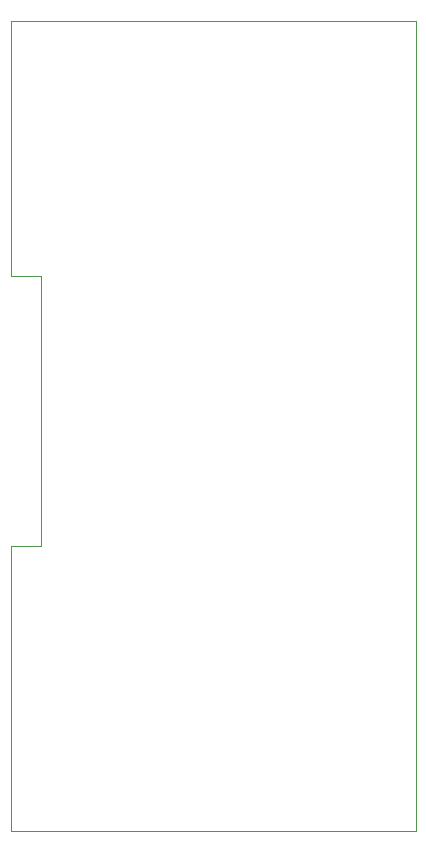
<source format=gbr>
%TF.GenerationSoftware,KiCad,Pcbnew,5.1.7-a382d34a8~88~ubuntu18.04.1*%
%TF.CreationDate,2021-04-15T09:54:53+03:00*%
%TF.ProjectId,quadimodo_pcb,71756164-696d-46f6-946f-5f7063622e6b,rev?*%
%TF.SameCoordinates,Original*%
%TF.FileFunction,Profile,NP*%
%FSLAX46Y46*%
G04 Gerber Fmt 4.6, Leading zero omitted, Abs format (unit mm)*
G04 Created by KiCad (PCBNEW 5.1.7-a382d34a8~88~ubuntu18.04.1) date 2021-04-15 09:54:53*
%MOMM*%
%LPD*%
G01*
G04 APERTURE LIST*
%TA.AperFunction,Profile*%
%ADD10C,0.100000*%
%TD*%
G04 APERTURE END LIST*
D10*
X59690000Y-25400000D02*
X59690000Y-93980000D01*
X25400000Y-25400000D02*
X59690000Y-25400000D01*
X25400000Y-46990000D02*
X25400000Y-25400000D01*
X27940000Y-46990000D02*
X25400000Y-46990000D01*
X27940000Y-69850000D02*
X27940000Y-46990000D01*
X25400000Y-69850000D02*
X27940000Y-69850000D01*
X25400000Y-93980000D02*
X25400000Y-69850000D01*
X59690000Y-93980000D02*
X25400000Y-93980000D01*
M02*

</source>
